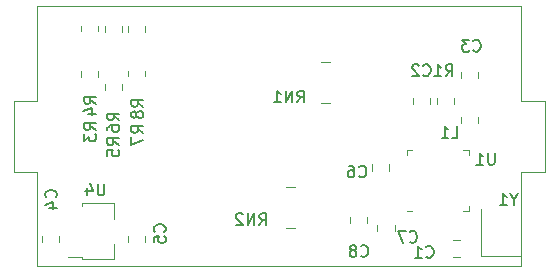
<source format=gbo>
G04 #@! TF.GenerationSoftware,KiCad,Pcbnew,(5.1.10)-1*
G04 #@! TF.CreationDate,2023-01-31T14:41:16+02:00*
G04 #@! TF.ProjectId,voltmeter,766f6c74-6d65-4746-9572-2e6b69636164,rev?*
G04 #@! TF.SameCoordinates,Original*
G04 #@! TF.FileFunction,Legend,Bot*
G04 #@! TF.FilePolarity,Positive*
%FSLAX46Y46*%
G04 Gerber Fmt 4.6, Leading zero omitted, Abs format (unit mm)*
G04 Created by KiCad (PCBNEW (5.1.10)-1) date 2023-01-31 14:41:16*
%MOMM*%
%LPD*%
G01*
G04 APERTURE LIST*
G04 #@! TA.AperFunction,Profile*
%ADD10C,0.050000*%
G04 #@! TD*
%ADD11C,0.120000*%
%ADD12C,0.150000*%
%ADD13O,1.700000X1.700000*%
%ADD14R,1.700000X1.700000*%
%ADD15C,1.524000*%
%ADD16R,1.200000X1.400000*%
%ADD17R,0.900000X0.400000*%
%ADD18C,0.100000*%
%ADD19R,1.300000X0.900000*%
%ADD20R,3.800000X3.800000*%
G04 APERTURE END LIST*
D10*
X52578000Y-78048000D02*
X52578000Y-86048000D01*
X50578000Y-86048000D02*
X50578000Y-92048000D01*
X52578000Y-86048000D02*
X50578000Y-86048000D01*
X52578000Y-92048000D02*
X50578000Y-92048000D01*
X52578000Y-92048000D02*
X52578000Y-100048000D01*
X93578000Y-92048000D02*
X93578000Y-100048000D01*
X95578000Y-92048000D02*
X93578000Y-92048000D01*
X95578000Y-86048000D02*
X93578000Y-86048000D01*
X95578000Y-86048000D02*
X95578000Y-92048000D01*
X52578000Y-100048000D02*
X93578000Y-100048000D01*
X93578000Y-78048000D02*
X93578000Y-86048000D01*
X52578000Y-78048000D02*
X93578000Y-78048000D01*
D11*
X90183700Y-99174200D02*
X90183700Y-95174200D01*
X93483700Y-99174200D02*
X90183700Y-99174200D01*
X74414700Y-93333300D02*
X73614700Y-93333300D01*
X74414700Y-96773300D02*
X73614700Y-96773300D01*
X79021000Y-95842248D02*
X79021000Y-96364752D01*
X80491000Y-95842248D02*
X80491000Y-96364752D01*
X81383200Y-96573948D02*
X81383200Y-97096452D01*
X82853200Y-96573948D02*
X82853200Y-97096452D01*
X82396000Y-91949052D02*
X82396000Y-91426548D01*
X80926000Y-91949052D02*
X80926000Y-91426548D01*
X59064000Y-96048000D02*
X59064000Y-94738000D01*
X59064000Y-94738000D02*
X56344000Y-94738000D01*
X55204000Y-99228000D02*
X56344000Y-99228000D01*
X59064000Y-99458000D02*
X59064000Y-98148000D01*
X56344000Y-99458000D02*
X59064000Y-99458000D01*
X56344000Y-99458000D02*
X56344000Y-99228000D01*
X56344000Y-94738000D02*
X56344000Y-94968000D01*
X60225000Y-97450248D02*
X60225000Y-97972752D01*
X61695000Y-97450248D02*
X61695000Y-97972752D01*
X52986000Y-97493248D02*
X52986000Y-98015752D01*
X54456000Y-97493248D02*
X54456000Y-98015752D01*
X89864000Y-87961252D02*
X89864000Y-87438748D01*
X88444000Y-87961252D02*
X88444000Y-87438748D01*
X89889000Y-84151252D02*
X89889000Y-83628748D01*
X88419000Y-84151252D02*
X88419000Y-83628748D01*
X85825000Y-86288752D02*
X85825000Y-85766248D01*
X84355000Y-86288752D02*
X84355000Y-85766248D01*
X88339652Y-97823500D02*
X87817148Y-97823500D01*
X88339652Y-99293500D02*
X87817148Y-99293500D01*
X61695000Y-80180064D02*
X61695000Y-79725936D01*
X60225000Y-80180064D02*
X60225000Y-79725936D01*
X61695000Y-83974064D02*
X61695000Y-83519936D01*
X60225000Y-83974064D02*
X60225000Y-83519936D01*
X59790000Y-80180064D02*
X59790000Y-79725936D01*
X58320000Y-80180064D02*
X58320000Y-79725936D01*
X59790000Y-85117064D02*
X59790000Y-84662936D01*
X58320000Y-85117064D02*
X58320000Y-84662936D01*
X57758000Y-80164064D02*
X57758000Y-79709936D01*
X56288000Y-80164064D02*
X56288000Y-79709936D01*
X57758000Y-83990064D02*
X57758000Y-83535936D01*
X56288000Y-83990064D02*
X56288000Y-83535936D01*
X77400100Y-82766900D02*
X76600100Y-82766900D01*
X77400100Y-86206900D02*
X76600100Y-86206900D01*
X86387000Y-86292064D02*
X86387000Y-85837936D01*
X87857000Y-86292064D02*
X87857000Y-85837936D01*
X88647000Y-95390000D02*
X89097000Y-95390000D01*
X89097000Y-95390000D02*
X89097000Y-94940000D01*
X84327000Y-90170000D02*
X83877000Y-90170000D01*
X83877000Y-90170000D02*
X83877000Y-90620000D01*
X88647000Y-90170000D02*
X89097000Y-90170000D01*
X89097000Y-90170000D02*
X89097000Y-90620000D01*
X84327000Y-95390000D02*
X83877000Y-95390000D01*
D12*
X92932190Y-94407190D02*
X92932190Y-94883380D01*
X93265523Y-93883380D02*
X92932190Y-94407190D01*
X92598857Y-93883380D01*
X91741714Y-94883380D02*
X92313142Y-94883380D01*
X92027428Y-94883380D02*
X92027428Y-93883380D01*
X92122666Y-94026238D01*
X92217904Y-94121476D01*
X92313142Y-94169095D01*
X71391376Y-96572480D02*
X71724709Y-96096290D01*
X71962804Y-96572480D02*
X71962804Y-95572480D01*
X71581852Y-95572480D01*
X71486614Y-95620100D01*
X71438995Y-95667719D01*
X71391376Y-95762957D01*
X71391376Y-95905814D01*
X71438995Y-96001052D01*
X71486614Y-96048671D01*
X71581852Y-96096290D01*
X71962804Y-96096290D01*
X70962804Y-96572480D02*
X70962804Y-95572480D01*
X70391376Y-96572480D01*
X70391376Y-95572480D01*
X69962804Y-95667719D02*
X69915185Y-95620100D01*
X69819947Y-95572480D01*
X69581852Y-95572480D01*
X69486614Y-95620100D01*
X69438995Y-95667719D01*
X69391376Y-95762957D01*
X69391376Y-95858195D01*
X69438995Y-96001052D01*
X70010423Y-96572480D01*
X69391376Y-96572480D01*
X79973466Y-99156942D02*
X80021085Y-99204561D01*
X80163942Y-99252180D01*
X80259180Y-99252180D01*
X80402038Y-99204561D01*
X80497276Y-99109323D01*
X80544895Y-99014085D01*
X80592514Y-98823609D01*
X80592514Y-98680752D01*
X80544895Y-98490276D01*
X80497276Y-98395038D01*
X80402038Y-98299800D01*
X80259180Y-98252180D01*
X80163942Y-98252180D01*
X80021085Y-98299800D01*
X79973466Y-98347419D01*
X79402038Y-98680752D02*
X79497276Y-98633133D01*
X79544895Y-98585514D01*
X79592514Y-98490276D01*
X79592514Y-98442657D01*
X79544895Y-98347419D01*
X79497276Y-98299800D01*
X79402038Y-98252180D01*
X79211561Y-98252180D01*
X79116323Y-98299800D01*
X79068704Y-98347419D01*
X79021085Y-98442657D01*
X79021085Y-98490276D01*
X79068704Y-98585514D01*
X79116323Y-98633133D01*
X79211561Y-98680752D01*
X79402038Y-98680752D01*
X79497276Y-98728371D01*
X79544895Y-98775990D01*
X79592514Y-98871228D01*
X79592514Y-99061704D01*
X79544895Y-99156942D01*
X79497276Y-99204561D01*
X79402038Y-99252180D01*
X79211561Y-99252180D01*
X79116323Y-99204561D01*
X79068704Y-99156942D01*
X79021085Y-99061704D01*
X79021085Y-98871228D01*
X79068704Y-98775990D01*
X79116323Y-98728371D01*
X79211561Y-98680752D01*
X84113666Y-97963142D02*
X84161285Y-98010761D01*
X84304142Y-98058380D01*
X84399380Y-98058380D01*
X84542238Y-98010761D01*
X84637476Y-97915523D01*
X84685095Y-97820285D01*
X84732714Y-97629809D01*
X84732714Y-97486952D01*
X84685095Y-97296476D01*
X84637476Y-97201238D01*
X84542238Y-97106000D01*
X84399380Y-97058380D01*
X84304142Y-97058380D01*
X84161285Y-97106000D01*
X84113666Y-97153619D01*
X83780333Y-97058380D02*
X83113666Y-97058380D01*
X83542238Y-98058380D01*
X79821066Y-92438642D02*
X79868685Y-92486261D01*
X80011542Y-92533880D01*
X80106780Y-92533880D01*
X80249638Y-92486261D01*
X80344876Y-92391023D01*
X80392495Y-92295785D01*
X80440114Y-92105309D01*
X80440114Y-91962452D01*
X80392495Y-91771976D01*
X80344876Y-91676738D01*
X80249638Y-91581500D01*
X80106780Y-91533880D01*
X80011542Y-91533880D01*
X79868685Y-91581500D01*
X79821066Y-91629119D01*
X78963923Y-91533880D02*
X79154400Y-91533880D01*
X79249638Y-91581500D01*
X79297257Y-91629119D01*
X79392495Y-91771976D01*
X79440114Y-91962452D01*
X79440114Y-92343404D01*
X79392495Y-92438642D01*
X79344876Y-92486261D01*
X79249638Y-92533880D01*
X79059161Y-92533880D01*
X78963923Y-92486261D01*
X78916304Y-92438642D01*
X78868685Y-92343404D01*
X78868685Y-92105309D01*
X78916304Y-92010071D01*
X78963923Y-91962452D01*
X79059161Y-91914833D01*
X79249638Y-91914833D01*
X79344876Y-91962452D01*
X79392495Y-92010071D01*
X79440114Y-92105309D01*
X58267504Y-93057880D02*
X58267504Y-93867404D01*
X58219885Y-93962642D01*
X58172266Y-94010261D01*
X58077028Y-94057880D01*
X57886552Y-94057880D01*
X57791314Y-94010261D01*
X57743695Y-93962642D01*
X57696076Y-93867404D01*
X57696076Y-93057880D01*
X56791314Y-93391214D02*
X56791314Y-94057880D01*
X57029409Y-93010261D02*
X57267504Y-93724547D01*
X56648457Y-93724547D01*
X63349142Y-97134533D02*
X63396761Y-97086914D01*
X63444380Y-96944057D01*
X63444380Y-96848819D01*
X63396761Y-96705961D01*
X63301523Y-96610723D01*
X63206285Y-96563104D01*
X63015809Y-96515485D01*
X62872952Y-96515485D01*
X62682476Y-96563104D01*
X62587238Y-96610723D01*
X62492000Y-96705961D01*
X62444380Y-96848819D01*
X62444380Y-96944057D01*
X62492000Y-97086914D01*
X62539619Y-97134533D01*
X62444380Y-98039295D02*
X62444380Y-97563104D01*
X62920571Y-97515485D01*
X62872952Y-97563104D01*
X62825333Y-97658342D01*
X62825333Y-97896438D01*
X62872952Y-97991676D01*
X62920571Y-98039295D01*
X63015809Y-98086914D01*
X63253904Y-98086914D01*
X63349142Y-98039295D01*
X63396761Y-97991676D01*
X63444380Y-97896438D01*
X63444380Y-97658342D01*
X63396761Y-97563104D01*
X63349142Y-97515485D01*
X54154342Y-94226233D02*
X54201961Y-94178614D01*
X54249580Y-94035757D01*
X54249580Y-93940519D01*
X54201961Y-93797661D01*
X54106723Y-93702423D01*
X54011485Y-93654804D01*
X53821009Y-93607185D01*
X53678152Y-93607185D01*
X53487676Y-93654804D01*
X53392438Y-93702423D01*
X53297200Y-93797661D01*
X53249580Y-93940519D01*
X53249580Y-94035757D01*
X53297200Y-94178614D01*
X53344819Y-94226233D01*
X53582914Y-95083376D02*
X54249580Y-95083376D01*
X53201961Y-94845280D02*
X53916247Y-94607185D01*
X53916247Y-95226233D01*
X87669666Y-89168380D02*
X88145857Y-89168380D01*
X88145857Y-88168380D01*
X86812523Y-89168380D02*
X87383952Y-89168380D01*
X87098238Y-89168380D02*
X87098238Y-88168380D01*
X87193476Y-88311238D01*
X87288714Y-88406476D01*
X87383952Y-88454095D01*
X89498466Y-81779442D02*
X89546085Y-81827061D01*
X89688942Y-81874680D01*
X89784180Y-81874680D01*
X89927038Y-81827061D01*
X90022276Y-81731823D01*
X90069895Y-81636585D01*
X90117514Y-81446109D01*
X90117514Y-81303252D01*
X90069895Y-81112776D01*
X90022276Y-81017538D01*
X89927038Y-80922300D01*
X89784180Y-80874680D01*
X89688942Y-80874680D01*
X89546085Y-80922300D01*
X89498466Y-80969919D01*
X89165133Y-80874680D02*
X88546085Y-80874680D01*
X88879419Y-81255633D01*
X88736561Y-81255633D01*
X88641323Y-81303252D01*
X88593704Y-81350871D01*
X88546085Y-81446109D01*
X88546085Y-81684204D01*
X88593704Y-81779442D01*
X88641323Y-81827061D01*
X88736561Y-81874680D01*
X89022276Y-81874680D01*
X89117514Y-81827061D01*
X89165133Y-81779442D01*
X85256666Y-83866142D02*
X85304285Y-83913761D01*
X85447142Y-83961380D01*
X85542380Y-83961380D01*
X85685238Y-83913761D01*
X85780476Y-83818523D01*
X85828095Y-83723285D01*
X85875714Y-83532809D01*
X85875714Y-83389952D01*
X85828095Y-83199476D01*
X85780476Y-83104238D01*
X85685238Y-83009000D01*
X85542380Y-82961380D01*
X85447142Y-82961380D01*
X85304285Y-83009000D01*
X85256666Y-83056619D01*
X84875714Y-83056619D02*
X84828095Y-83009000D01*
X84732857Y-82961380D01*
X84494761Y-82961380D01*
X84399523Y-83009000D01*
X84351904Y-83056619D01*
X84304285Y-83151857D01*
X84304285Y-83247095D01*
X84351904Y-83389952D01*
X84923333Y-83961380D01*
X84304285Y-83961380D01*
X85510666Y-99233142D02*
X85558285Y-99280761D01*
X85701142Y-99328380D01*
X85796380Y-99328380D01*
X85939238Y-99280761D01*
X86034476Y-99185523D01*
X86082095Y-99090285D01*
X86129714Y-98899809D01*
X86129714Y-98756952D01*
X86082095Y-98566476D01*
X86034476Y-98471238D01*
X85939238Y-98376000D01*
X85796380Y-98328380D01*
X85701142Y-98328380D01*
X85558285Y-98376000D01*
X85510666Y-98423619D01*
X84558285Y-99328380D02*
X85129714Y-99328380D01*
X84844000Y-99328380D02*
X84844000Y-98328380D01*
X84939238Y-98471238D01*
X85034476Y-98566476D01*
X85129714Y-98614095D01*
X61552080Y-86542733D02*
X61075890Y-86209400D01*
X61552080Y-85971304D02*
X60552080Y-85971304D01*
X60552080Y-86352257D01*
X60599700Y-86447495D01*
X60647319Y-86495114D01*
X60742557Y-86542733D01*
X60885414Y-86542733D01*
X60980652Y-86495114D01*
X61028271Y-86447495D01*
X61075890Y-86352257D01*
X61075890Y-85971304D01*
X60980652Y-87114161D02*
X60933033Y-87018923D01*
X60885414Y-86971304D01*
X60790176Y-86923685D01*
X60742557Y-86923685D01*
X60647319Y-86971304D01*
X60599700Y-87018923D01*
X60552080Y-87114161D01*
X60552080Y-87304638D01*
X60599700Y-87399876D01*
X60647319Y-87447495D01*
X60742557Y-87495114D01*
X60790176Y-87495114D01*
X60885414Y-87447495D01*
X60933033Y-87399876D01*
X60980652Y-87304638D01*
X60980652Y-87114161D01*
X61028271Y-87018923D01*
X61075890Y-86971304D01*
X61171128Y-86923685D01*
X61361604Y-86923685D01*
X61456842Y-86971304D01*
X61504461Y-87018923D01*
X61552080Y-87114161D01*
X61552080Y-87304638D01*
X61504461Y-87399876D01*
X61456842Y-87447495D01*
X61361604Y-87495114D01*
X61171128Y-87495114D01*
X61075890Y-87447495D01*
X61028271Y-87399876D01*
X60980652Y-87304638D01*
X61552080Y-88752533D02*
X61075890Y-88419200D01*
X61552080Y-88181104D02*
X60552080Y-88181104D01*
X60552080Y-88562057D01*
X60599700Y-88657295D01*
X60647319Y-88704914D01*
X60742557Y-88752533D01*
X60885414Y-88752533D01*
X60980652Y-88704914D01*
X61028271Y-88657295D01*
X61075890Y-88562057D01*
X61075890Y-88181104D01*
X60552080Y-89085866D02*
X60552080Y-89752533D01*
X61552080Y-89323961D01*
X59520080Y-87698433D02*
X59043890Y-87365100D01*
X59520080Y-87127004D02*
X58520080Y-87127004D01*
X58520080Y-87507957D01*
X58567700Y-87603195D01*
X58615319Y-87650814D01*
X58710557Y-87698433D01*
X58853414Y-87698433D01*
X58948652Y-87650814D01*
X58996271Y-87603195D01*
X59043890Y-87507957D01*
X59043890Y-87127004D01*
X58520080Y-88555576D02*
X58520080Y-88365100D01*
X58567700Y-88269861D01*
X58615319Y-88222242D01*
X58758176Y-88127004D01*
X58948652Y-88079385D01*
X59329604Y-88079385D01*
X59424842Y-88127004D01*
X59472461Y-88174623D01*
X59520080Y-88269861D01*
X59520080Y-88460338D01*
X59472461Y-88555576D01*
X59424842Y-88603195D01*
X59329604Y-88650814D01*
X59091509Y-88650814D01*
X58996271Y-88603195D01*
X58948652Y-88555576D01*
X58901033Y-88460338D01*
X58901033Y-88269861D01*
X58948652Y-88174623D01*
X58996271Y-88127004D01*
X59091509Y-88079385D01*
X59507380Y-89793933D02*
X59031190Y-89460600D01*
X59507380Y-89222504D02*
X58507380Y-89222504D01*
X58507380Y-89603457D01*
X58555000Y-89698695D01*
X58602619Y-89746314D01*
X58697857Y-89793933D01*
X58840714Y-89793933D01*
X58935952Y-89746314D01*
X58983571Y-89698695D01*
X59031190Y-89603457D01*
X59031190Y-89222504D01*
X58507380Y-90698695D02*
X58507380Y-90222504D01*
X58983571Y-90174885D01*
X58935952Y-90222504D01*
X58888333Y-90317742D01*
X58888333Y-90555838D01*
X58935952Y-90651076D01*
X58983571Y-90698695D01*
X59078809Y-90746314D01*
X59316904Y-90746314D01*
X59412142Y-90698695D01*
X59459761Y-90651076D01*
X59507380Y-90555838D01*
X59507380Y-90317742D01*
X59459761Y-90222504D01*
X59412142Y-90174885D01*
X57538880Y-86288733D02*
X57062690Y-85955400D01*
X57538880Y-85717304D02*
X56538880Y-85717304D01*
X56538880Y-86098257D01*
X56586500Y-86193495D01*
X56634119Y-86241114D01*
X56729357Y-86288733D01*
X56872214Y-86288733D01*
X56967452Y-86241114D01*
X57015071Y-86193495D01*
X57062690Y-86098257D01*
X57062690Y-85717304D01*
X56872214Y-87145876D02*
X57538880Y-87145876D01*
X56491261Y-86907780D02*
X57205547Y-86669685D01*
X57205547Y-87288733D01*
X57538880Y-88501833D02*
X57062690Y-88168500D01*
X57538880Y-87930404D02*
X56538880Y-87930404D01*
X56538880Y-88311357D01*
X56586500Y-88406595D01*
X56634119Y-88454214D01*
X56729357Y-88501833D01*
X56872214Y-88501833D01*
X56967452Y-88454214D01*
X57015071Y-88406595D01*
X57062690Y-88311357D01*
X57062690Y-87930404D01*
X56538880Y-88835166D02*
X56538880Y-89454214D01*
X56919833Y-89120880D01*
X56919833Y-89263738D01*
X56967452Y-89358976D01*
X57015071Y-89406595D01*
X57110309Y-89454214D01*
X57348404Y-89454214D01*
X57443642Y-89406595D01*
X57491261Y-89358976D01*
X57538880Y-89263738D01*
X57538880Y-88978023D01*
X57491261Y-88882785D01*
X57443642Y-88835166D01*
X74604476Y-86183880D02*
X74937809Y-85707690D01*
X75175904Y-86183880D02*
X75175904Y-85183880D01*
X74794952Y-85183880D01*
X74699714Y-85231500D01*
X74652095Y-85279119D01*
X74604476Y-85374357D01*
X74604476Y-85517214D01*
X74652095Y-85612452D01*
X74699714Y-85660071D01*
X74794952Y-85707690D01*
X75175904Y-85707690D01*
X74175904Y-86183880D02*
X74175904Y-85183880D01*
X73604476Y-86183880D01*
X73604476Y-85183880D01*
X72604476Y-86183880D02*
X73175904Y-86183880D01*
X72890190Y-86183880D02*
X72890190Y-85183880D01*
X72985428Y-85326738D01*
X73080666Y-85421976D01*
X73175904Y-85469595D01*
X87161666Y-83961380D02*
X87495000Y-83485190D01*
X87733095Y-83961380D02*
X87733095Y-82961380D01*
X87352142Y-82961380D01*
X87256904Y-83009000D01*
X87209285Y-83056619D01*
X87161666Y-83151857D01*
X87161666Y-83294714D01*
X87209285Y-83389952D01*
X87256904Y-83437571D01*
X87352142Y-83485190D01*
X87733095Y-83485190D01*
X86209285Y-83961380D02*
X86780714Y-83961380D01*
X86495000Y-83961380D02*
X86495000Y-82961380D01*
X86590238Y-83104238D01*
X86685476Y-83199476D01*
X86780714Y-83247095D01*
X91312904Y-90454380D02*
X91312904Y-91263904D01*
X91265285Y-91359142D01*
X91217666Y-91406761D01*
X91122428Y-91454380D01*
X90931952Y-91454380D01*
X90836714Y-91406761D01*
X90789095Y-91359142D01*
X90741476Y-91263904D01*
X90741476Y-90454380D01*
X89741476Y-91454380D02*
X90312904Y-91454380D01*
X90027190Y-91454380D02*
X90027190Y-90454380D01*
X90122428Y-90597238D01*
X90217666Y-90692476D01*
X90312904Y-90740095D01*
%LPC*%
D13*
X92075000Y-92272000D03*
X92075000Y-89732000D03*
X92075000Y-87192000D03*
D14*
X92075000Y-84652000D03*
D13*
X53975000Y-79521200D03*
X53975000Y-82061200D03*
X53975000Y-84601200D03*
X53975000Y-87141200D03*
D14*
X53975000Y-89681200D03*
D15*
X77216000Y-98036380D03*
X74676000Y-98130360D03*
X72136000Y-98044000D03*
X69596000Y-98044000D03*
X67056000Y-98044000D03*
X79756000Y-90424000D03*
X77216000Y-90424000D03*
X74676000Y-90424000D03*
X67056000Y-90424000D03*
X69596000Y-90424000D03*
X72136000Y-90424000D03*
X77216000Y-87897380D03*
X74676000Y-87991360D03*
X72136000Y-87905000D03*
X69596000Y-87905000D03*
X67056000Y-87905000D03*
X79756000Y-80285000D03*
X77216000Y-80285000D03*
X74676000Y-80285000D03*
X67056000Y-80285000D03*
X69596000Y-80285000D03*
X72136000Y-80285000D03*
D16*
X92683700Y-98274200D03*
X92683700Y-96074200D03*
X90983700Y-96074200D03*
X90983700Y-98274200D03*
D17*
X74864700Y-93853300D03*
X74864700Y-94653300D03*
X74864700Y-95453300D03*
X74864700Y-96253300D03*
X73164700Y-93853300D03*
X73164700Y-96253300D03*
X73164700Y-94653300D03*
X73164700Y-95453300D03*
G36*
G01*
X79281000Y-96553500D02*
X80231000Y-96553500D01*
G75*
G02*
X80481000Y-96803500I0J-250000D01*
G01*
X80481000Y-97478500D01*
G75*
G02*
X80231000Y-97728500I-250000J0D01*
G01*
X79281000Y-97728500D01*
G75*
G02*
X79031000Y-97478500I0J250000D01*
G01*
X79031000Y-96803500D01*
G75*
G02*
X79281000Y-96553500I250000J0D01*
G01*
G37*
G36*
G01*
X79281000Y-94478500D02*
X80231000Y-94478500D01*
G75*
G02*
X80481000Y-94728500I0J-250000D01*
G01*
X80481000Y-95403500D01*
G75*
G02*
X80231000Y-95653500I-250000J0D01*
G01*
X79281000Y-95653500D01*
G75*
G02*
X79031000Y-95403500I0J250000D01*
G01*
X79031000Y-94728500D01*
G75*
G02*
X79281000Y-94478500I250000J0D01*
G01*
G37*
G36*
G01*
X81643200Y-97285200D02*
X82593200Y-97285200D01*
G75*
G02*
X82843200Y-97535200I0J-250000D01*
G01*
X82843200Y-98210200D01*
G75*
G02*
X82593200Y-98460200I-250000J0D01*
G01*
X81643200Y-98460200D01*
G75*
G02*
X81393200Y-98210200I0J250000D01*
G01*
X81393200Y-97535200D01*
G75*
G02*
X81643200Y-97285200I250000J0D01*
G01*
G37*
G36*
G01*
X81643200Y-95210200D02*
X82593200Y-95210200D01*
G75*
G02*
X82843200Y-95460200I0J-250000D01*
G01*
X82843200Y-96135200D01*
G75*
G02*
X82593200Y-96385200I-250000J0D01*
G01*
X81643200Y-96385200D01*
G75*
G02*
X81393200Y-96135200I0J250000D01*
G01*
X81393200Y-95460200D01*
G75*
G02*
X81643200Y-95210200I250000J0D01*
G01*
G37*
G36*
G01*
X82136000Y-91237800D02*
X81186000Y-91237800D01*
G75*
G02*
X80936000Y-90987800I0J250000D01*
G01*
X80936000Y-90312800D01*
G75*
G02*
X81186000Y-90062800I250000J0D01*
G01*
X82136000Y-90062800D01*
G75*
G02*
X82386000Y-90312800I0J-250000D01*
G01*
X82386000Y-90987800D01*
G75*
G02*
X82136000Y-91237800I-250000J0D01*
G01*
G37*
G36*
G01*
X82136000Y-93312800D02*
X81186000Y-93312800D01*
G75*
G02*
X80936000Y-93062800I0J250000D01*
G01*
X80936000Y-92387800D01*
G75*
G02*
X81186000Y-92137800I250000J0D01*
G01*
X82136000Y-92137800D01*
G75*
G02*
X82386000Y-92387800I0J-250000D01*
G01*
X82386000Y-93062800D01*
G75*
G02*
X82136000Y-93312800I-250000J0D01*
G01*
G37*
D18*
G36*
X59704000Y-97964500D02*
G01*
X56579000Y-97964500D01*
X56579000Y-97548000D01*
X55104000Y-97548000D01*
X55104000Y-96648000D01*
X56579000Y-96648000D01*
X56579000Y-96231500D01*
X59704000Y-96231500D01*
X59704000Y-97964500D01*
G37*
D19*
X55754000Y-95598000D03*
X55754000Y-98598000D03*
G36*
G01*
X60485000Y-98161500D02*
X61435000Y-98161500D01*
G75*
G02*
X61685000Y-98411500I0J-250000D01*
G01*
X61685000Y-99086500D01*
G75*
G02*
X61435000Y-99336500I-250000J0D01*
G01*
X60485000Y-99336500D01*
G75*
G02*
X60235000Y-99086500I0J250000D01*
G01*
X60235000Y-98411500D01*
G75*
G02*
X60485000Y-98161500I250000J0D01*
G01*
G37*
G36*
G01*
X60485000Y-96086500D02*
X61435000Y-96086500D01*
G75*
G02*
X61685000Y-96336500I0J-250000D01*
G01*
X61685000Y-97011500D01*
G75*
G02*
X61435000Y-97261500I-250000J0D01*
G01*
X60485000Y-97261500D01*
G75*
G02*
X60235000Y-97011500I0J250000D01*
G01*
X60235000Y-96336500D01*
G75*
G02*
X60485000Y-96086500I250000J0D01*
G01*
G37*
G36*
G01*
X53246000Y-98204500D02*
X54196000Y-98204500D01*
G75*
G02*
X54446000Y-98454500I0J-250000D01*
G01*
X54446000Y-99129500D01*
G75*
G02*
X54196000Y-99379500I-250000J0D01*
G01*
X53246000Y-99379500D01*
G75*
G02*
X52996000Y-99129500I0J250000D01*
G01*
X52996000Y-98454500D01*
G75*
G02*
X53246000Y-98204500I250000J0D01*
G01*
G37*
G36*
G01*
X53246000Y-96129500D02*
X54196000Y-96129500D01*
G75*
G02*
X54446000Y-96379500I0J-250000D01*
G01*
X54446000Y-97054500D01*
G75*
G02*
X54196000Y-97304500I-250000J0D01*
G01*
X53246000Y-97304500D01*
G75*
G02*
X52996000Y-97054500I0J250000D01*
G01*
X52996000Y-96379500D01*
G75*
G02*
X53246000Y-96129500I250000J0D01*
G01*
G37*
G36*
G01*
X89604001Y-87250000D02*
X88703999Y-87250000D01*
G75*
G02*
X88454000Y-87000001I0J249999D01*
G01*
X88454000Y-86349999D01*
G75*
G02*
X88703999Y-86100000I249999J0D01*
G01*
X89604001Y-86100000D01*
G75*
G02*
X89854000Y-86349999I0J-249999D01*
G01*
X89854000Y-87000001D01*
G75*
G02*
X89604001Y-87250000I-249999J0D01*
G01*
G37*
G36*
G01*
X89604001Y-89300000D02*
X88703999Y-89300000D01*
G75*
G02*
X88454000Y-89050001I0J249999D01*
G01*
X88454000Y-88399999D01*
G75*
G02*
X88703999Y-88150000I249999J0D01*
G01*
X89604001Y-88150000D01*
G75*
G02*
X89854000Y-88399999I0J-249999D01*
G01*
X89854000Y-89050001D01*
G75*
G02*
X89604001Y-89300000I-249999J0D01*
G01*
G37*
G36*
G01*
X89629000Y-83440000D02*
X88679000Y-83440000D01*
G75*
G02*
X88429000Y-83190000I0J250000D01*
G01*
X88429000Y-82515000D01*
G75*
G02*
X88679000Y-82265000I250000J0D01*
G01*
X89629000Y-82265000D01*
G75*
G02*
X89879000Y-82515000I0J-250000D01*
G01*
X89879000Y-83190000D01*
G75*
G02*
X89629000Y-83440000I-250000J0D01*
G01*
G37*
G36*
G01*
X89629000Y-85515000D02*
X88679000Y-85515000D01*
G75*
G02*
X88429000Y-85265000I0J250000D01*
G01*
X88429000Y-84590000D01*
G75*
G02*
X88679000Y-84340000I250000J0D01*
G01*
X89629000Y-84340000D01*
G75*
G02*
X89879000Y-84590000I0J-250000D01*
G01*
X89879000Y-85265000D01*
G75*
G02*
X89629000Y-85515000I-250000J0D01*
G01*
G37*
G36*
G01*
X85565000Y-85577500D02*
X84615000Y-85577500D01*
G75*
G02*
X84365000Y-85327500I0J250000D01*
G01*
X84365000Y-84652500D01*
G75*
G02*
X84615000Y-84402500I250000J0D01*
G01*
X85565000Y-84402500D01*
G75*
G02*
X85815000Y-84652500I0J-250000D01*
G01*
X85815000Y-85327500D01*
G75*
G02*
X85565000Y-85577500I-250000J0D01*
G01*
G37*
G36*
G01*
X85565000Y-87652500D02*
X84615000Y-87652500D01*
G75*
G02*
X84365000Y-87402500I0J250000D01*
G01*
X84365000Y-86727500D01*
G75*
G02*
X84615000Y-86477500I250000J0D01*
G01*
X85565000Y-86477500D01*
G75*
G02*
X85815000Y-86727500I0J-250000D01*
G01*
X85815000Y-87402500D01*
G75*
G02*
X85565000Y-87652500I-250000J0D01*
G01*
G37*
G36*
G01*
X87628400Y-98083500D02*
X87628400Y-99033500D01*
G75*
G02*
X87378400Y-99283500I-250000J0D01*
G01*
X86703400Y-99283500D01*
G75*
G02*
X86453400Y-99033500I0J250000D01*
G01*
X86453400Y-98083500D01*
G75*
G02*
X86703400Y-97833500I250000J0D01*
G01*
X87378400Y-97833500D01*
G75*
G02*
X87628400Y-98083500I0J-250000D01*
G01*
G37*
G36*
G01*
X89703400Y-98083500D02*
X89703400Y-99033500D01*
G75*
G02*
X89453400Y-99283500I-250000J0D01*
G01*
X88778400Y-99283500D01*
G75*
G02*
X88528400Y-99033500I0J250000D01*
G01*
X88528400Y-98083500D01*
G75*
G02*
X88778400Y-97833500I250000J0D01*
G01*
X89453400Y-97833500D01*
G75*
G02*
X89703400Y-98083500I0J-250000D01*
G01*
G37*
G36*
G01*
X61410001Y-79553000D02*
X60509999Y-79553000D01*
G75*
G02*
X60260000Y-79303001I0J249999D01*
G01*
X60260000Y-78602999D01*
G75*
G02*
X60509999Y-78353000I249999J0D01*
G01*
X61410001Y-78353000D01*
G75*
G02*
X61660000Y-78602999I0J-249999D01*
G01*
X61660000Y-79303001D01*
G75*
G02*
X61410001Y-79553000I-249999J0D01*
G01*
G37*
G36*
G01*
X61410001Y-81553000D02*
X60509999Y-81553000D01*
G75*
G02*
X60260000Y-81303001I0J249999D01*
G01*
X60260000Y-80602999D01*
G75*
G02*
X60509999Y-80353000I249999J0D01*
G01*
X61410001Y-80353000D01*
G75*
G02*
X61660000Y-80602999I0J-249999D01*
G01*
X61660000Y-81303001D01*
G75*
G02*
X61410001Y-81553000I-249999J0D01*
G01*
G37*
G36*
G01*
X61410001Y-83347000D02*
X60509999Y-83347000D01*
G75*
G02*
X60260000Y-83097001I0J249999D01*
G01*
X60260000Y-82396999D01*
G75*
G02*
X60509999Y-82147000I249999J0D01*
G01*
X61410001Y-82147000D01*
G75*
G02*
X61660000Y-82396999I0J-249999D01*
G01*
X61660000Y-83097001D01*
G75*
G02*
X61410001Y-83347000I-249999J0D01*
G01*
G37*
G36*
G01*
X61410001Y-85347000D02*
X60509999Y-85347000D01*
G75*
G02*
X60260000Y-85097001I0J249999D01*
G01*
X60260000Y-84396999D01*
G75*
G02*
X60509999Y-84147000I249999J0D01*
G01*
X61410001Y-84147000D01*
G75*
G02*
X61660000Y-84396999I0J-249999D01*
G01*
X61660000Y-85097001D01*
G75*
G02*
X61410001Y-85347000I-249999J0D01*
G01*
G37*
G36*
G01*
X59505001Y-79553000D02*
X58604999Y-79553000D01*
G75*
G02*
X58355000Y-79303001I0J249999D01*
G01*
X58355000Y-78602999D01*
G75*
G02*
X58604999Y-78353000I249999J0D01*
G01*
X59505001Y-78353000D01*
G75*
G02*
X59755000Y-78602999I0J-249999D01*
G01*
X59755000Y-79303001D01*
G75*
G02*
X59505001Y-79553000I-249999J0D01*
G01*
G37*
G36*
G01*
X59505001Y-81553000D02*
X58604999Y-81553000D01*
G75*
G02*
X58355000Y-81303001I0J249999D01*
G01*
X58355000Y-80602999D01*
G75*
G02*
X58604999Y-80353000I249999J0D01*
G01*
X59505001Y-80353000D01*
G75*
G02*
X59755000Y-80602999I0J-249999D01*
G01*
X59755000Y-81303001D01*
G75*
G02*
X59505001Y-81553000I-249999J0D01*
G01*
G37*
G36*
G01*
X59505001Y-84490000D02*
X58604999Y-84490000D01*
G75*
G02*
X58355000Y-84240001I0J249999D01*
G01*
X58355000Y-83539999D01*
G75*
G02*
X58604999Y-83290000I249999J0D01*
G01*
X59505001Y-83290000D01*
G75*
G02*
X59755000Y-83539999I0J-249999D01*
G01*
X59755000Y-84240001D01*
G75*
G02*
X59505001Y-84490000I-249999J0D01*
G01*
G37*
G36*
G01*
X59505001Y-86490000D02*
X58604999Y-86490000D01*
G75*
G02*
X58355000Y-86240001I0J249999D01*
G01*
X58355000Y-85539999D01*
G75*
G02*
X58604999Y-85290000I249999J0D01*
G01*
X59505001Y-85290000D01*
G75*
G02*
X59755000Y-85539999I0J-249999D01*
G01*
X59755000Y-86240001D01*
G75*
G02*
X59505001Y-86490000I-249999J0D01*
G01*
G37*
G36*
G01*
X57473001Y-79537000D02*
X56572999Y-79537000D01*
G75*
G02*
X56323000Y-79287001I0J249999D01*
G01*
X56323000Y-78586999D01*
G75*
G02*
X56572999Y-78337000I249999J0D01*
G01*
X57473001Y-78337000D01*
G75*
G02*
X57723000Y-78586999I0J-249999D01*
G01*
X57723000Y-79287001D01*
G75*
G02*
X57473001Y-79537000I-249999J0D01*
G01*
G37*
G36*
G01*
X57473001Y-81537000D02*
X56572999Y-81537000D01*
G75*
G02*
X56323000Y-81287001I0J249999D01*
G01*
X56323000Y-80586999D01*
G75*
G02*
X56572999Y-80337000I249999J0D01*
G01*
X57473001Y-80337000D01*
G75*
G02*
X57723000Y-80586999I0J-249999D01*
G01*
X57723000Y-81287001D01*
G75*
G02*
X57473001Y-81537000I-249999J0D01*
G01*
G37*
G36*
G01*
X57473001Y-83363000D02*
X56572999Y-83363000D01*
G75*
G02*
X56323000Y-83113001I0J249999D01*
G01*
X56323000Y-82412999D01*
G75*
G02*
X56572999Y-82163000I249999J0D01*
G01*
X57473001Y-82163000D01*
G75*
G02*
X57723000Y-82412999I0J-249999D01*
G01*
X57723000Y-83113001D01*
G75*
G02*
X57473001Y-83363000I-249999J0D01*
G01*
G37*
G36*
G01*
X57473001Y-85363000D02*
X56572999Y-85363000D01*
G75*
G02*
X56323000Y-85113001I0J249999D01*
G01*
X56323000Y-84412999D01*
G75*
G02*
X56572999Y-84163000I249999J0D01*
G01*
X57473001Y-84163000D01*
G75*
G02*
X57723000Y-84412999I0J-249999D01*
G01*
X57723000Y-85113001D01*
G75*
G02*
X57473001Y-85363000I-249999J0D01*
G01*
G37*
D17*
X77850100Y-83286900D03*
X77850100Y-84086900D03*
X77850100Y-84886900D03*
X77850100Y-85686900D03*
X76150100Y-83286900D03*
X76150100Y-85686900D03*
X76150100Y-84086900D03*
X76150100Y-84886900D03*
G36*
G01*
X87572001Y-85665000D02*
X86671999Y-85665000D01*
G75*
G02*
X86422000Y-85415001I0J249999D01*
G01*
X86422000Y-84714999D01*
G75*
G02*
X86671999Y-84465000I249999J0D01*
G01*
X87572001Y-84465000D01*
G75*
G02*
X87822000Y-84714999I0J-249999D01*
G01*
X87822000Y-85415001D01*
G75*
G02*
X87572001Y-85665000I-249999J0D01*
G01*
G37*
G36*
G01*
X87572001Y-87665000D02*
X86671999Y-87665000D01*
G75*
G02*
X86422000Y-87415001I0J249999D01*
G01*
X86422000Y-86714999D01*
G75*
G02*
X86671999Y-86465000I249999J0D01*
G01*
X87572001Y-86465000D01*
G75*
G02*
X87822000Y-86714999I0J-249999D01*
G01*
X87822000Y-87415001D01*
G75*
G02*
X87572001Y-87665000I-249999J0D01*
G01*
G37*
D20*
X86487000Y-92780000D03*
G36*
G01*
X84587000Y-95605000D02*
X84587000Y-94930000D01*
G75*
G02*
X84637000Y-94880000I50000J0D01*
G01*
X84737000Y-94880000D01*
G75*
G02*
X84787000Y-94930000I0J-50000D01*
G01*
X84787000Y-95605000D01*
G75*
G02*
X84737000Y-95655000I-50000J0D01*
G01*
X84637000Y-95655000D01*
G75*
G02*
X84587000Y-95605000I0J50000D01*
G01*
G37*
G36*
G01*
X84987000Y-95605000D02*
X84987000Y-94930000D01*
G75*
G02*
X85037000Y-94880000I50000J0D01*
G01*
X85137000Y-94880000D01*
G75*
G02*
X85187000Y-94930000I0J-50000D01*
G01*
X85187000Y-95605000D01*
G75*
G02*
X85137000Y-95655000I-50000J0D01*
G01*
X85037000Y-95655000D01*
G75*
G02*
X84987000Y-95605000I0J50000D01*
G01*
G37*
G36*
G01*
X85387000Y-95605000D02*
X85387000Y-94930000D01*
G75*
G02*
X85437000Y-94880000I50000J0D01*
G01*
X85537000Y-94880000D01*
G75*
G02*
X85587000Y-94930000I0J-50000D01*
G01*
X85587000Y-95605000D01*
G75*
G02*
X85537000Y-95655000I-50000J0D01*
G01*
X85437000Y-95655000D01*
G75*
G02*
X85387000Y-95605000I0J50000D01*
G01*
G37*
G36*
G01*
X85787000Y-95605000D02*
X85787000Y-94930000D01*
G75*
G02*
X85837000Y-94880000I50000J0D01*
G01*
X85937000Y-94880000D01*
G75*
G02*
X85987000Y-94930000I0J-50000D01*
G01*
X85987000Y-95605000D01*
G75*
G02*
X85937000Y-95655000I-50000J0D01*
G01*
X85837000Y-95655000D01*
G75*
G02*
X85787000Y-95605000I0J50000D01*
G01*
G37*
G36*
G01*
X86187000Y-95605000D02*
X86187000Y-94930000D01*
G75*
G02*
X86237000Y-94880000I50000J0D01*
G01*
X86337000Y-94880000D01*
G75*
G02*
X86387000Y-94930000I0J-50000D01*
G01*
X86387000Y-95605000D01*
G75*
G02*
X86337000Y-95655000I-50000J0D01*
G01*
X86237000Y-95655000D01*
G75*
G02*
X86187000Y-95605000I0J50000D01*
G01*
G37*
G36*
G01*
X86587000Y-95605000D02*
X86587000Y-94930000D01*
G75*
G02*
X86637000Y-94880000I50000J0D01*
G01*
X86737000Y-94880000D01*
G75*
G02*
X86787000Y-94930000I0J-50000D01*
G01*
X86787000Y-95605000D01*
G75*
G02*
X86737000Y-95655000I-50000J0D01*
G01*
X86637000Y-95655000D01*
G75*
G02*
X86587000Y-95605000I0J50000D01*
G01*
G37*
G36*
G01*
X86987000Y-95605000D02*
X86987000Y-94930000D01*
G75*
G02*
X87037000Y-94880000I50000J0D01*
G01*
X87137000Y-94880000D01*
G75*
G02*
X87187000Y-94930000I0J-50000D01*
G01*
X87187000Y-95605000D01*
G75*
G02*
X87137000Y-95655000I-50000J0D01*
G01*
X87037000Y-95655000D01*
G75*
G02*
X86987000Y-95605000I0J50000D01*
G01*
G37*
G36*
G01*
X87387000Y-95605000D02*
X87387000Y-94930000D01*
G75*
G02*
X87437000Y-94880000I50000J0D01*
G01*
X87537000Y-94880000D01*
G75*
G02*
X87587000Y-94930000I0J-50000D01*
G01*
X87587000Y-95605000D01*
G75*
G02*
X87537000Y-95655000I-50000J0D01*
G01*
X87437000Y-95655000D01*
G75*
G02*
X87387000Y-95605000I0J50000D01*
G01*
G37*
G36*
G01*
X87787000Y-95605000D02*
X87787000Y-94930000D01*
G75*
G02*
X87837000Y-94880000I50000J0D01*
G01*
X87937000Y-94880000D01*
G75*
G02*
X87987000Y-94930000I0J-50000D01*
G01*
X87987000Y-95605000D01*
G75*
G02*
X87937000Y-95655000I-50000J0D01*
G01*
X87837000Y-95655000D01*
G75*
G02*
X87787000Y-95605000I0J50000D01*
G01*
G37*
G36*
G01*
X88187000Y-95605000D02*
X88187000Y-94930000D01*
G75*
G02*
X88237000Y-94880000I50000J0D01*
G01*
X88337000Y-94880000D01*
G75*
G02*
X88387000Y-94930000I0J-50000D01*
G01*
X88387000Y-95605000D01*
G75*
G02*
X88337000Y-95655000I-50000J0D01*
G01*
X88237000Y-95655000D01*
G75*
G02*
X88187000Y-95605000I0J50000D01*
G01*
G37*
G36*
G01*
X88587000Y-94630000D02*
X88587000Y-94530000D01*
G75*
G02*
X88637000Y-94480000I50000J0D01*
G01*
X89312000Y-94480000D01*
G75*
G02*
X89362000Y-94530000I0J-50000D01*
G01*
X89362000Y-94630000D01*
G75*
G02*
X89312000Y-94680000I-50000J0D01*
G01*
X88637000Y-94680000D01*
G75*
G02*
X88587000Y-94630000I0J50000D01*
G01*
G37*
G36*
G01*
X88587000Y-94230000D02*
X88587000Y-94130000D01*
G75*
G02*
X88637000Y-94080000I50000J0D01*
G01*
X89312000Y-94080000D01*
G75*
G02*
X89362000Y-94130000I0J-50000D01*
G01*
X89362000Y-94230000D01*
G75*
G02*
X89312000Y-94280000I-50000J0D01*
G01*
X88637000Y-94280000D01*
G75*
G02*
X88587000Y-94230000I0J50000D01*
G01*
G37*
G36*
G01*
X88587000Y-93830000D02*
X88587000Y-93730000D01*
G75*
G02*
X88637000Y-93680000I50000J0D01*
G01*
X89312000Y-93680000D01*
G75*
G02*
X89362000Y-93730000I0J-50000D01*
G01*
X89362000Y-93830000D01*
G75*
G02*
X89312000Y-93880000I-50000J0D01*
G01*
X88637000Y-93880000D01*
G75*
G02*
X88587000Y-93830000I0J50000D01*
G01*
G37*
G36*
G01*
X88587000Y-93430000D02*
X88587000Y-93330000D01*
G75*
G02*
X88637000Y-93280000I50000J0D01*
G01*
X89312000Y-93280000D01*
G75*
G02*
X89362000Y-93330000I0J-50000D01*
G01*
X89362000Y-93430000D01*
G75*
G02*
X89312000Y-93480000I-50000J0D01*
G01*
X88637000Y-93480000D01*
G75*
G02*
X88587000Y-93430000I0J50000D01*
G01*
G37*
G36*
G01*
X88587000Y-93030000D02*
X88587000Y-92930000D01*
G75*
G02*
X88637000Y-92880000I50000J0D01*
G01*
X89312000Y-92880000D01*
G75*
G02*
X89362000Y-92930000I0J-50000D01*
G01*
X89362000Y-93030000D01*
G75*
G02*
X89312000Y-93080000I-50000J0D01*
G01*
X88637000Y-93080000D01*
G75*
G02*
X88587000Y-93030000I0J50000D01*
G01*
G37*
G36*
G01*
X88587000Y-92630000D02*
X88587000Y-92530000D01*
G75*
G02*
X88637000Y-92480000I50000J0D01*
G01*
X89312000Y-92480000D01*
G75*
G02*
X89362000Y-92530000I0J-50000D01*
G01*
X89362000Y-92630000D01*
G75*
G02*
X89312000Y-92680000I-50000J0D01*
G01*
X88637000Y-92680000D01*
G75*
G02*
X88587000Y-92630000I0J50000D01*
G01*
G37*
G36*
G01*
X88587000Y-92230000D02*
X88587000Y-92130000D01*
G75*
G02*
X88637000Y-92080000I50000J0D01*
G01*
X89312000Y-92080000D01*
G75*
G02*
X89362000Y-92130000I0J-50000D01*
G01*
X89362000Y-92230000D01*
G75*
G02*
X89312000Y-92280000I-50000J0D01*
G01*
X88637000Y-92280000D01*
G75*
G02*
X88587000Y-92230000I0J50000D01*
G01*
G37*
G36*
G01*
X88587000Y-91830000D02*
X88587000Y-91730000D01*
G75*
G02*
X88637000Y-91680000I50000J0D01*
G01*
X89312000Y-91680000D01*
G75*
G02*
X89362000Y-91730000I0J-50000D01*
G01*
X89362000Y-91830000D01*
G75*
G02*
X89312000Y-91880000I-50000J0D01*
G01*
X88637000Y-91880000D01*
G75*
G02*
X88587000Y-91830000I0J50000D01*
G01*
G37*
G36*
G01*
X88587000Y-91430000D02*
X88587000Y-91330000D01*
G75*
G02*
X88637000Y-91280000I50000J0D01*
G01*
X89312000Y-91280000D01*
G75*
G02*
X89362000Y-91330000I0J-50000D01*
G01*
X89362000Y-91430000D01*
G75*
G02*
X89312000Y-91480000I-50000J0D01*
G01*
X88637000Y-91480000D01*
G75*
G02*
X88587000Y-91430000I0J50000D01*
G01*
G37*
G36*
G01*
X88587000Y-91030000D02*
X88587000Y-90930000D01*
G75*
G02*
X88637000Y-90880000I50000J0D01*
G01*
X89312000Y-90880000D01*
G75*
G02*
X89362000Y-90930000I0J-50000D01*
G01*
X89362000Y-91030000D01*
G75*
G02*
X89312000Y-91080000I-50000J0D01*
G01*
X88637000Y-91080000D01*
G75*
G02*
X88587000Y-91030000I0J50000D01*
G01*
G37*
G36*
G01*
X88187000Y-90630000D02*
X88187000Y-89955000D01*
G75*
G02*
X88237000Y-89905000I50000J0D01*
G01*
X88337000Y-89905000D01*
G75*
G02*
X88387000Y-89955000I0J-50000D01*
G01*
X88387000Y-90630000D01*
G75*
G02*
X88337000Y-90680000I-50000J0D01*
G01*
X88237000Y-90680000D01*
G75*
G02*
X88187000Y-90630000I0J50000D01*
G01*
G37*
G36*
G01*
X87787000Y-90630000D02*
X87787000Y-89955000D01*
G75*
G02*
X87837000Y-89905000I50000J0D01*
G01*
X87937000Y-89905000D01*
G75*
G02*
X87987000Y-89955000I0J-50000D01*
G01*
X87987000Y-90630000D01*
G75*
G02*
X87937000Y-90680000I-50000J0D01*
G01*
X87837000Y-90680000D01*
G75*
G02*
X87787000Y-90630000I0J50000D01*
G01*
G37*
G36*
G01*
X87387000Y-90630000D02*
X87387000Y-89955000D01*
G75*
G02*
X87437000Y-89905000I50000J0D01*
G01*
X87537000Y-89905000D01*
G75*
G02*
X87587000Y-89955000I0J-50000D01*
G01*
X87587000Y-90630000D01*
G75*
G02*
X87537000Y-90680000I-50000J0D01*
G01*
X87437000Y-90680000D01*
G75*
G02*
X87387000Y-90630000I0J50000D01*
G01*
G37*
G36*
G01*
X86987000Y-90630000D02*
X86987000Y-89955000D01*
G75*
G02*
X87037000Y-89905000I50000J0D01*
G01*
X87137000Y-89905000D01*
G75*
G02*
X87187000Y-89955000I0J-50000D01*
G01*
X87187000Y-90630000D01*
G75*
G02*
X87137000Y-90680000I-50000J0D01*
G01*
X87037000Y-90680000D01*
G75*
G02*
X86987000Y-90630000I0J50000D01*
G01*
G37*
G36*
G01*
X86587000Y-90630000D02*
X86587000Y-89955000D01*
G75*
G02*
X86637000Y-89905000I50000J0D01*
G01*
X86737000Y-89905000D01*
G75*
G02*
X86787000Y-89955000I0J-50000D01*
G01*
X86787000Y-90630000D01*
G75*
G02*
X86737000Y-90680000I-50000J0D01*
G01*
X86637000Y-90680000D01*
G75*
G02*
X86587000Y-90630000I0J50000D01*
G01*
G37*
G36*
G01*
X86187000Y-90630000D02*
X86187000Y-89955000D01*
G75*
G02*
X86237000Y-89905000I50000J0D01*
G01*
X86337000Y-89905000D01*
G75*
G02*
X86387000Y-89955000I0J-50000D01*
G01*
X86387000Y-90630000D01*
G75*
G02*
X86337000Y-90680000I-50000J0D01*
G01*
X86237000Y-90680000D01*
G75*
G02*
X86187000Y-90630000I0J50000D01*
G01*
G37*
G36*
G01*
X85787000Y-90630000D02*
X85787000Y-89955000D01*
G75*
G02*
X85837000Y-89905000I50000J0D01*
G01*
X85937000Y-89905000D01*
G75*
G02*
X85987000Y-89955000I0J-50000D01*
G01*
X85987000Y-90630000D01*
G75*
G02*
X85937000Y-90680000I-50000J0D01*
G01*
X85837000Y-90680000D01*
G75*
G02*
X85787000Y-90630000I0J50000D01*
G01*
G37*
G36*
G01*
X85387000Y-90630000D02*
X85387000Y-89955000D01*
G75*
G02*
X85437000Y-89905000I50000J0D01*
G01*
X85537000Y-89905000D01*
G75*
G02*
X85587000Y-89955000I0J-50000D01*
G01*
X85587000Y-90630000D01*
G75*
G02*
X85537000Y-90680000I-50000J0D01*
G01*
X85437000Y-90680000D01*
G75*
G02*
X85387000Y-90630000I0J50000D01*
G01*
G37*
G36*
G01*
X84987000Y-90630000D02*
X84987000Y-89955000D01*
G75*
G02*
X85037000Y-89905000I50000J0D01*
G01*
X85137000Y-89905000D01*
G75*
G02*
X85187000Y-89955000I0J-50000D01*
G01*
X85187000Y-90630000D01*
G75*
G02*
X85137000Y-90680000I-50000J0D01*
G01*
X85037000Y-90680000D01*
G75*
G02*
X84987000Y-90630000I0J50000D01*
G01*
G37*
G36*
G01*
X84587000Y-90630000D02*
X84587000Y-89955000D01*
G75*
G02*
X84637000Y-89905000I50000J0D01*
G01*
X84737000Y-89905000D01*
G75*
G02*
X84787000Y-89955000I0J-50000D01*
G01*
X84787000Y-90630000D01*
G75*
G02*
X84737000Y-90680000I-50000J0D01*
G01*
X84637000Y-90680000D01*
G75*
G02*
X84587000Y-90630000I0J50000D01*
G01*
G37*
G36*
G01*
X83612000Y-91030000D02*
X83612000Y-90930000D01*
G75*
G02*
X83662000Y-90880000I50000J0D01*
G01*
X84337000Y-90880000D01*
G75*
G02*
X84387000Y-90930000I0J-50000D01*
G01*
X84387000Y-91030000D01*
G75*
G02*
X84337000Y-91080000I-50000J0D01*
G01*
X83662000Y-91080000D01*
G75*
G02*
X83612000Y-91030000I0J50000D01*
G01*
G37*
G36*
G01*
X83612000Y-91430000D02*
X83612000Y-91330000D01*
G75*
G02*
X83662000Y-91280000I50000J0D01*
G01*
X84337000Y-91280000D01*
G75*
G02*
X84387000Y-91330000I0J-50000D01*
G01*
X84387000Y-91430000D01*
G75*
G02*
X84337000Y-91480000I-50000J0D01*
G01*
X83662000Y-91480000D01*
G75*
G02*
X83612000Y-91430000I0J50000D01*
G01*
G37*
G36*
G01*
X83612000Y-91830000D02*
X83612000Y-91730000D01*
G75*
G02*
X83662000Y-91680000I50000J0D01*
G01*
X84337000Y-91680000D01*
G75*
G02*
X84387000Y-91730000I0J-50000D01*
G01*
X84387000Y-91830000D01*
G75*
G02*
X84337000Y-91880000I-50000J0D01*
G01*
X83662000Y-91880000D01*
G75*
G02*
X83612000Y-91830000I0J50000D01*
G01*
G37*
G36*
G01*
X83612000Y-92230000D02*
X83612000Y-92130000D01*
G75*
G02*
X83662000Y-92080000I50000J0D01*
G01*
X84337000Y-92080000D01*
G75*
G02*
X84387000Y-92130000I0J-50000D01*
G01*
X84387000Y-92230000D01*
G75*
G02*
X84337000Y-92280000I-50000J0D01*
G01*
X83662000Y-92280000D01*
G75*
G02*
X83612000Y-92230000I0J50000D01*
G01*
G37*
G36*
G01*
X83612000Y-92630000D02*
X83612000Y-92530000D01*
G75*
G02*
X83662000Y-92480000I50000J0D01*
G01*
X84337000Y-92480000D01*
G75*
G02*
X84387000Y-92530000I0J-50000D01*
G01*
X84387000Y-92630000D01*
G75*
G02*
X84337000Y-92680000I-50000J0D01*
G01*
X83662000Y-92680000D01*
G75*
G02*
X83612000Y-92630000I0J50000D01*
G01*
G37*
G36*
G01*
X83612000Y-93030000D02*
X83612000Y-92930000D01*
G75*
G02*
X83662000Y-92880000I50000J0D01*
G01*
X84337000Y-92880000D01*
G75*
G02*
X84387000Y-92930000I0J-50000D01*
G01*
X84387000Y-93030000D01*
G75*
G02*
X84337000Y-93080000I-50000J0D01*
G01*
X83662000Y-93080000D01*
G75*
G02*
X83612000Y-93030000I0J50000D01*
G01*
G37*
G36*
G01*
X83612000Y-93430000D02*
X83612000Y-93330000D01*
G75*
G02*
X83662000Y-93280000I50000J0D01*
G01*
X84337000Y-93280000D01*
G75*
G02*
X84387000Y-93330000I0J-50000D01*
G01*
X84387000Y-93430000D01*
G75*
G02*
X84337000Y-93480000I-50000J0D01*
G01*
X83662000Y-93480000D01*
G75*
G02*
X83612000Y-93430000I0J50000D01*
G01*
G37*
G36*
G01*
X83612000Y-93830000D02*
X83612000Y-93730000D01*
G75*
G02*
X83662000Y-93680000I50000J0D01*
G01*
X84337000Y-93680000D01*
G75*
G02*
X84387000Y-93730000I0J-50000D01*
G01*
X84387000Y-93830000D01*
G75*
G02*
X84337000Y-93880000I-50000J0D01*
G01*
X83662000Y-93880000D01*
G75*
G02*
X83612000Y-93830000I0J50000D01*
G01*
G37*
G36*
G01*
X83612000Y-94230000D02*
X83612000Y-94130000D01*
G75*
G02*
X83662000Y-94080000I50000J0D01*
G01*
X84337000Y-94080000D01*
G75*
G02*
X84387000Y-94130000I0J-50000D01*
G01*
X84387000Y-94230000D01*
G75*
G02*
X84337000Y-94280000I-50000J0D01*
G01*
X83662000Y-94280000D01*
G75*
G02*
X83612000Y-94230000I0J50000D01*
G01*
G37*
G36*
G01*
X83612000Y-94630000D02*
X83612000Y-94530000D01*
G75*
G02*
X83662000Y-94480000I50000J0D01*
G01*
X84337000Y-94480000D01*
G75*
G02*
X84387000Y-94530000I0J-50000D01*
G01*
X84387000Y-94630000D01*
G75*
G02*
X84337000Y-94680000I-50000J0D01*
G01*
X83662000Y-94680000D01*
G75*
G02*
X83612000Y-94630000I0J50000D01*
G01*
G37*
M02*

</source>
